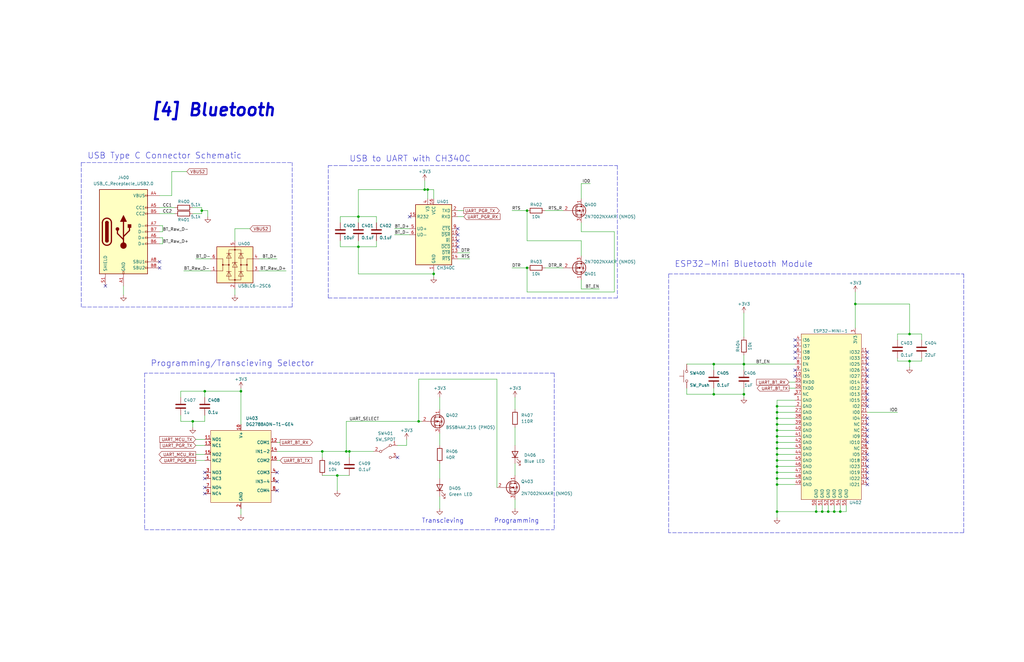
<source format=kicad_sch>
(kicad_sch (version 20211123) (generator eeschema)
  (paper "User" 431.8 279.4)
  (lib_symbols
    (symbol "Connector:USB_C_Receptacle_USB2.0" (pin_names (offset 1.016))
      (property "Reference" "J" (at -10.16 19.05 0))
      (property "Value" "USB_C_Receptacle_USB2.0" (at 19.05 19.05 0))
      (symbol "USB_C_Receptacle_USB2.0_0_0"
        (rectangle (start -0.254 -17.78) (end 0.254 -16.764))
        (rectangle (start 10.16 -14.986) (end 9.144 -15.494))
        (rectangle (start 10.16 -12.446) (end 9.144 -12.954))
        (rectangle (start 10.16 -4.826) (end 9.144 -5.334))
        (rectangle (start 10.16 -2.286) (end 9.144 -2.794))
        (rectangle (start 10.16 0.254) (end 9.144 -0.254))
        (rectangle (start 10.16 2.794) (end 9.144 2.286))
        (rectangle (start 10.16 7.874) (end 9.144 7.366))
        (rectangle (start 10.16 10.414) (end 9.144 9.906))
        (rectangle (start 10.16 15.494) (end 9.144 14.986))
      )
      (symbol "USB_C_Receptacle_USB2.0_0_1"
        (rectangle (start -10.16 17.78) (end 10.16 -17.78) (stroke (width 0.254)) (fill (type background)))
        (arc (start -8.89 -3.81) (mid -6.985 -5.715) (end -5.08 -3.81) (stroke (width 0.508)))
        (arc (start -7.62 -3.81) (mid -6.985 -4.445) (end -6.35 -3.81) (stroke (width 0.254)))
        (arc (start -7.62 -3.81) (mid -6.985 -4.445) (end -6.35 -3.81) (stroke (width 0.254)) (fill (type outline)))
        (rectangle (start -7.62 -3.81) (end -6.35 3.81) (stroke (width 0.254)) (fill (type outline)))
        (arc (start -6.35 3.81) (mid -6.985 4.445) (end -7.62 3.81) (stroke (width 0.254)))
        (arc (start -6.35 3.81) (mid -6.985 4.445) (end -7.62 3.81) (stroke (width 0.254)) (fill (type outline)))
        (arc (start -5.08 3.81) (mid -6.985 5.715) (end -8.89 3.81) (stroke (width 0.508)))
        (circle (center -2.54 1.143) (radius 0.635) (stroke (width 0.254)) (fill (type outline)))
        (circle (center 0 -5.842) (radius 1.27) (fill (type outline)))
        (polyline (pts (xy -8.89 -3.81) (xy -8.89 3.81)) (stroke (width 0.508)))
        (polyline (pts (xy -5.08 3.81) (xy -5.08 -3.81)) (stroke (width 0.508)))
        (polyline (pts (xy 0 -5.842) (xy 0 4.318)) (stroke (width 0.508)))
        (polyline (pts (xy 0 -3.302) (xy -2.54 -0.762) (xy -2.54 0.508)) (stroke (width 0.508)))
        (polyline (pts (xy 0 -2.032) (xy 2.54 0.508) (xy 2.54 1.778)) (stroke (width 0.508)))
        (polyline (pts (xy -1.27 4.318) (xy 0 6.858) (xy 1.27 4.318) (xy -1.27 4.318)) (stroke (width 0.254)) (fill (type outline)))
        (rectangle (start 1.905 1.778) (end 3.175 3.048) (stroke (width 0.254)) (fill (type outline)))
      )
      (symbol "USB_C_Receptacle_USB2.0_1_1"
        (pin passive line (at 0 -22.86 90) (length 5.08) (name "GND") (number "A1"))
        (pin passive line (at 0 -22.86 90) (length 5.08) hide (name "GND") (number "A12"))
        (pin passive line (at 15.24 15.24 180) (length 5.08) (name "VBUS") (number "A4"))
        (pin bidirectional line (at 15.24 10.16 180) (length 5.08) (name "CC1") (number "A5"))
        (pin bidirectional line (at 15.24 -2.54 180) (length 5.08) (name "D+") (number "A6"))
        (pin bidirectional line (at 15.24 2.54 180) (length 5.08) (name "D-") (number "A7"))
        (pin bidirectional line (at 15.24 -12.7 180) (length 5.08) (name "SBU1") (number "A8"))
        (pin passive line (at 15.24 15.24 180) (length 5.08) hide (name "VBUS") (number "A9"))
        (pin passive line (at 0 -22.86 90) (length 5.08) hide (name "GND") (number "B1"))
        (pin passive line (at 0 -22.86 90) (length 5.08) hide (name "GND") (number "B12"))
        (pin passive line (at 15.24 15.24 180) (length 5.08) hide (name "VBUS") (number "B4"))
        (pin bidirectional line (at 15.24 7.62 180) (length 5.08) (name "CC2") (number "B5"))
        (pin bidirectional line (at 15.24 -5.08 180) (length 5.08) (name "D+") (number "B6"))
        (pin bidirectional line (at 15.24 0 180) (length 5.08) (name "D-") (number "B7"))
        (pin bidirectional line (at 15.24 -15.24 180) (length 5.08) (name "SBU2") (number "B8"))
        (pin passive line (at 15.24 15.24 180) (length 5.08) hide (name "VBUS") (number "B9"))
        (pin passive line (at -7.62 -22.86 90) (length 5.08) (name "SHIELD") (number "S1"))
      )
    )
    (symbol "Device:C" (pin_numbers hide) (pin_names (offset 0.254))
      (property "Reference" "C" (at 0.635 2.54 0))
      (property "Value" "C" (at 0.635 -2.54 0))
      (symbol "C_0_1"
        (polyline (pts (xy -2.032 -0.762) (xy 2.032 -0.762)) (stroke (width 0.508)))
        (polyline (pts (xy -2.032 0.762) (xy 2.032 0.762)) (stroke (width 0.508)))
      )
      (symbol "C_1_1"
        (pin passive line (at 0 3.81 270) (length 2.794) (name "~") (number "1"))
        (pin passive line (at 0 -3.81 90) (length 2.794) (name "~") (number "2"))
      )
    )
    (symbol "Device:LED" (pin_numbers hide) (pin_names (offset 1.016) hide)
      (property "Reference" "D" (at 0 2.54 0))
      (property "Value" "LED" (at 0 -2.54 0))
      (symbol "LED_0_1"
        (polyline (pts (xy -1.27 -1.27) (xy -1.27 1.27)) (stroke (width 0.254)))
        (polyline (pts (xy -1.27 0) (xy 1.27 0)))
        (polyline (pts (xy 1.27 -1.27) (xy 1.27 1.27) (xy -1.27 0) (xy 1.27 -1.27)) (stroke (width 0.254)))
        (polyline (pts (xy -3.048 -0.762) (xy -4.572 -2.286) (xy -3.81 -2.286) (xy -4.572 -2.286) (xy -4.572 -1.524)))
        (polyline (pts (xy -1.778 -0.762) (xy -3.302 -2.286) (xy -2.54 -2.286) (xy -3.302 -2.286) (xy -3.302 -1.524)))
      )
      (symbol "LED_1_1"
        (pin passive line (at -3.81 0 0) (length 2.54) (name "K") (number "1"))
        (pin passive line (at 3.81 0 180) (length 2.54) (name "A") (number "2"))
      )
    )
    (symbol "Device:Q_NMOS_DGS" (pin_names (offset 0) hide)
      (property "Reference" "Q" (at 5.08 1.27 0))
      (property "Value" "Q_NMOS_DGS" (at 5.08 -1.27 0))
      (symbol "Q_NMOS_DGS_0_1"
        (polyline (pts (xy 0.254 0) (xy -2.54 0)))
        (polyline (pts (xy 0.254 1.905) (xy 0.254 -1.905)) (stroke (width 0.254)))
        (polyline (pts (xy 0.762 -1.27) (xy 0.762 -2.286)) (stroke (width 0.254)))
        (polyline (pts (xy 0.762 0.508) (xy 0.762 -0.508)) (stroke (width 0.254)))
        (polyline (pts (xy 0.762 2.286) (xy 0.762 1.27)) (stroke (width 0.254)))
        (polyline (pts (xy 2.54 2.54) (xy 2.54 1.778)))
        (polyline (pts (xy 2.54 -2.54) (xy 2.54 0) (xy 0.762 0)))
        (polyline (pts (xy 0.762 -1.778) (xy 3.302 -1.778) (xy 3.302 1.778) (xy 0.762 1.778)))
        (polyline (pts (xy 1.016 0) (xy 2.032 0.381) (xy 2.032 -0.381) (xy 1.016 0)) (fill (type outline)))
        (polyline (pts (xy 2.794 0.508) (xy 2.921 0.381) (xy 3.683 0.381) (xy 3.81 0.254)))
        (polyline (pts (xy 3.302 0.381) (xy 2.921 -0.254) (xy 3.683 -0.254) (xy 3.302 0.381)))
        (circle (center 1.651 0) (radius 2.794) (stroke (width 0.254)))
        (circle (center 2.54 -1.778) (radius 0.254) (fill (type outline)))
        (circle (center 2.54 1.778) (radius 0.254) (fill (type outline)))
      )
      (symbol "Q_NMOS_DGS_1_1"
        (pin passive line (at 2.54 5.08 270) (length 2.54) (name "D") (number "1"))
        (pin input line (at -5.08 0 0) (length 2.54) (name "G") (number "2"))
        (pin passive line (at 2.54 -5.08 90) (length 2.54) (name "S") (number "3"))
      )
    )
    (symbol "Device:Q_PMOS_DGS" (pin_names (offset 0) hide)
      (property "Reference" "Q" (at 5.08 1.27 0))
      (property "Value" "Q_PMOS_DGS" (at 5.08 -1.27 0))
      (symbol "Q_PMOS_DGS_0_1"
        (polyline (pts (xy 0.254 0) (xy -2.54 0)))
        (polyline (pts (xy 0.254 1.905) (xy 0.254 -1.905)) (stroke (width 0.254)))
        (polyline (pts (xy 0.762 -1.27) (xy 0.762 -2.286)) (stroke (width 0.254)))
        (polyline (pts (xy 0.762 0.508) (xy 0.762 -0.508)) (stroke (width 0.254)))
        (polyline (pts (xy 0.762 2.286) (xy 0.762 1.27)) (stroke (width 0.254)))
        (polyline (pts (xy 2.54 2.54) (xy 2.54 1.778)))
        (polyline (pts (xy 2.54 -2.54) (xy 2.54 0) (xy 0.762 0)))
        (polyline (pts (xy 0.762 1.778) (xy 3.302 1.778) (xy 3.302 -1.778) (xy 0.762 -1.778)))
        (polyline (pts (xy 2.286 0) (xy 1.27 0.381) (xy 1.27 -0.381) (xy 2.286 0)) (fill (type outline)))
        (polyline (pts (xy 2.794 -0.508) (xy 2.921 -0.381) (xy 3.683 -0.381) (xy 3.81 -0.254)))
        (polyline (pts (xy 3.302 -0.381) (xy 2.921 0.254) (xy 3.683 0.254) (xy 3.302 -0.381)))
        (circle (center 1.651 0) (radius 2.794) (stroke (width 0.254)))
        (circle (center 2.54 -1.778) (radius 0.254) (fill (type outline)))
        (circle (center 2.54 1.778) (radius 0.254) (fill (type outline)))
      )
      (symbol "Q_PMOS_DGS_1_1"
        (pin passive line (at 2.54 5.08 270) (length 2.54) (name "D") (number "1"))
        (pin input line (at -5.08 0 0) (length 2.54) (name "G") (number "2"))
        (pin passive line (at 2.54 -5.08 90) (length 2.54) (name "S") (number "3"))
      )
    )
    (symbol "Device:R" (pin_numbers hide) (pin_names (offset 0))
      (property "Reference" "R" (at 2.032 0 90))
      (property "Value" "R" (at 0 0 90))
      (symbol "R_0_1"
        (rectangle (start -1.016 -2.54) (end 1.016 2.54) (stroke (width 0.254)))
      )
      (symbol "R_1_1"
        (pin passive line (at 0 3.81 270) (length 1.27) (name "~") (number "1"))
        (pin passive line (at 0 -3.81 90) (length 1.27) (name "~") (number "2"))
      )
    )
    (symbol "Ghanis_Symbols_KiCad6:DG2788ADN-T1-GE4"
      (property "Reference" "U" (at 10.16 26.67 0))
      (property "Value" "DG2788ADN-T1-GE4" (at 11.43 -6.35 0))
      (symbol "DG2788ADN-T1-GE4_0_0"
        (pin bidirectional line (at -15.24 12.7 0) (length 2.54) (name "NC2") (number "1"))
        (pin power_in line (at 0 27.94 270) (length 2.54) (name "V+") (number "10"))
        (pin bidirectional line (at -15.24 21.59 0) (length 2.54) (name "NO1") (number "11"))
        (pin bidirectional line (at 15.24 20.32 180) (length 2.54) (name "COM1") (number "12"))
        (pin bidirectional line (at -15.24 19.05 0) (length 2.54) (name "NC1") (number "13"))
        (pin input line (at 15.24 16.51 180) (length 2.54) (name "IN1-2") (number "14"))
        (pin bidirectional line (at -15.24 15.24 0) (length 2.54) (name "NO2") (number "15"))
        (pin bidirectional line (at 15.24 12.7 180) (length 2.54) (name "COM2") (number "16"))
        (pin power_in line (at 0 -7.62 90) (length 2.54) (name "GND") (number "2"))
        (pin bidirectional line (at -15.24 7.62 0) (length 2.54) (name "NO3") (number "3"))
        (pin bidirectional line (at 15.24 7.62 180) (length 2.54) (name "COM3") (number "4"))
        (pin bidirectional line (at -15.24 5.08 0) (length 2.54) (name "NC3") (number "5"))
        (pin input line (at 15.24 3.81 180) (length 2.54) (name "IN3-4") (number "6"))
        (pin bidirectional line (at -15.24 1.27 0) (length 2.54) (name "NO4") (number "7"))
        (pin bidirectional line (at 15.24 0 180) (length 2.54) (name "COM4") (number "8"))
        (pin bidirectional line (at -15.24 -1.27 0) (length 2.54) (name "NC4") (number "9"))
      )
      (symbol "DG2788ADN-T1-GE4_0_1"
        (rectangle (start -12.7 25.4) (end 12.7 -5.08) (fill (type background)))
      )
    )
    (symbol "Ghanis_Symbols_KiCad6:ESP32-MINI-1"
      (property "Reference" "U" (at -11.43 11.43 0))
      (property "Value" "ESP32-MINI-1" (at -1.27 11.43 0))
      (symbol "ESP32-MINI-1_0_0"
        (pin power_in line (at -15.24 -17.78 0) (length 2.54) (name "GND") (number "1"))
        (pin input line (at -15.24 -7.62 0) (length 2.54) (name "I35") (number "10"))
        (pin bidirectional line (at 15.24 2.54 180) (length 2.54) (name "IO32") (number "11"))
        (pin bidirectional line (at 15.24 0 180) (length 2.54) (name "IO33") (number "12"))
        (pin bidirectional line (at 15.24 -2.54 180) (length 2.54) (name "IO25") (number "13"))
        (pin bidirectional line (at 15.24 -5.08 180) (length 2.54) (name "IO26") (number "14"))
        (pin bidirectional line (at 15.24 -7.62 180) (length 2.54) (name "IO27") (number "15"))
        (pin bidirectional line (at 15.24 -10.16 180) (length 2.54) (name "IO14") (number "16"))
        (pin bidirectional line (at 15.24 -12.7 180) (length 2.54) (name "IO12") (number "17"))
        (pin bidirectional line (at 15.24 -15.24 180) (length 2.54) (name "IO13") (number "18"))
        (pin bidirectional line (at 15.24 -17.78 180) (length 2.54) (name "IO15") (number "19"))
        (pin power_in line (at -15.24 -20.32 0) (length 2.54) (name "GND") (number "2"))
        (pin bidirectional line (at 15.24 -20.32 180) (length 2.54) (name "IO2") (number "20"))
        (pin bidirectional line (at 15.24 -22.86 180) (length 2.54) (name "IO0") (number "21"))
        (pin bidirectional line (at 15.24 -25.4 180) (length 2.54) (name "IO4") (number "22"))
        (pin bidirectional line (at 15.24 -27.94 180) (length 2.54) (name "NC") (number "23"))
        (pin bidirectional line (at 15.24 -30.48 180) (length 2.54) (name "NC") (number "24"))
        (pin bidirectional line (at 15.24 -33.02 180) (length 2.54) (name "IO9") (number "25"))
        (pin bidirectional line (at 15.24 -35.56 180) (length 2.54) (name "IO10") (number "26"))
        (pin power_in line (at -15.24 -22.86 0) (length 2.54) (name "GND") (number "27"))
        (pin no_connect line (at 15.24 -38.1 180) (length 2.54) (name "NC") (number "28"))
        (pin bidirectional line (at 15.24 -40.64 180) (length 2.54) (name "IO5") (number "29"))
        (pin power_in line (at 10.16 12.7 270) (length 2.54) (name "3V3") (number "3"))
        (pin bidirectional line (at 15.24 -43.18 180) (length 2.54) (name "IO18") (number "30"))
        (pin bidirectional line (at 15.24 -45.72 180) (length 2.54) (name "IO23") (number "31"))
        (pin bidirectional line (at 15.24 -48.26 180) (length 2.54) (name "IO19") (number "32"))
        (pin bidirectional line (at 15.24 -50.8 180) (length 2.54) (name "IO22") (number "33"))
        (pin bidirectional line (at 15.24 -53.34 180) (length 2.54) (name "IO21") (number "34"))
        (pin bidirectional line (at -15.24 -10.16 0) (length 2.54) (name "RXD0") (number "35"))
        (pin bidirectional line (at -15.24 -12.7 0) (length 2.54) (name "TXD0") (number "36"))
        (pin no_connect line (at -15.24 -15.24 0) (length 2.54) (name "NC") (number "37"))
        (pin power_in line (at -15.24 -25.4 0) (length 2.54) (name "GND") (number "38"))
        (pin power_in line (at -15.24 -27.94 0) (length 2.54) (name "GND") (number "39"))
        (pin input line (at -15.24 7.62 0) (length 2.54) (name "I36") (number "4"))
        (pin power_in line (at -15.24 -30.48 0) (length 2.54) (name "GND") (number "40"))
        (pin power_in line (at -15.24 -33.02 0) (length 2.54) (name "GND") (number "41"))
        (pin power_in line (at -15.24 -35.56 0) (length 2.54) (name "GND") (number "42"))
        (pin power_in line (at -15.24 -38.1 0) (length 2.54) (name "GND") (number "43"))
        (pin power_in line (at -15.24 -40.64 0) (length 2.54) (name "GND") (number "44"))
        (pin power_in line (at -15.24 -43.18 0) (length 2.54) (name "GND") (number "45"))
        (pin power_in line (at -15.24 -45.72 0) (length 2.54) (name "GND") (number "46"))
        (pin power_in line (at -15.24 -48.26 0) (length 2.54) (name "GND") (number "47"))
        (pin power_in line (at -15.24 -50.8 0) (length 2.54) (name "GND") (number "48"))
        (pin power_in line (at -15.24 -53.34 0) (length 2.54) (name "GND") (number "49"))
        (pin input line (at -15.24 5.08 0) (length 2.54) (name "I37") (number "5"))
        (pin power_in line (at -6.35 -62.23 90) (length 2.54) (name "GND") (number "50"))
        (pin power_in line (at -3.81 -62.23 90) (length 2.54) (name "GND") (number "51"))
        (pin power_in line (at -1.27 -62.23 90) (length 2.54) (name "GND") (number "52"))
        (pin power_in line (at 1.27 -62.23 90) (length 2.54) (name "GND") (number "53"))
        (pin power_in line (at 3.81 -62.23 90) (length 2.54) (name "GND") (number "54"))
        (pin power_in line (at 6.35 -62.23 90) (length 2.54) (name "GND") (number "55"))
        (pin input line (at -15.24 2.54 0) (length 2.54) (name "I38") (number "6"))
        (pin input line (at -15.24 0 0) (length 2.54) (name "I39") (number "7"))
        (pin input line (at -15.24 -2.54 0) (length 2.54) (name "EN") (number "8"))
        (pin input line (at -15.24 -5.08 0) (length 2.54) (name "I34") (number "9"))
      )
      (symbol "ESP32-MINI-1_0_1"
        (rectangle (start -12.7 10.16) (end 12.7 -59.69) (fill (type background)))
      )
    )
    (symbol "Interface_USB:CH340C"
      (property "Reference" "U" (at -5.08 13.97 0))
      (property "Value" "CH340C" (at 1.27 13.97 0))
      (symbol "CH340C_0_1"
        (rectangle (start -7.62 12.7) (end 7.62 -12.7) (stroke (width 0.254)) (fill (type background)))
      )
      (symbol "CH340C_1_1"
        (pin power_in line (at 0 -15.24 90) (length 2.54) (name "GND") (number "1"))
        (pin input line (at 10.16 0 180) (length 2.54) (name "~{DSR}") (number "10"))
        (pin input line (at 10.16 -2.54 180) (length 2.54) (name "~{RI}") (number "11"))
        (pin input line (at 10.16 -5.08 180) (length 2.54) (name "~{DCD}") (number "12"))
        (pin output line (at 10.16 -7.62 180) (length 2.54) (name "~{DTR}") (number "13"))
        (pin output line (at 10.16 -10.16 180) (length 2.54) (name "~{RTS}") (number "14"))
        (pin input line (at -10.16 7.62 0) (length 2.54) (name "R232") (number "15"))
        (pin power_in line (at 0 15.24 270) (length 2.54) (name "VCC") (number "16"))
        (pin output line (at 10.16 10.16 180) (length 2.54) (name "TXD") (number "2"))
        (pin input line (at 10.16 7.62 180) (length 2.54) (name "RXD") (number "3"))
        (pin passive line (at -2.54 15.24 270) (length 2.54) (name "V3") (number "4"))
        (pin bidirectional line (at -10.16 2.54 0) (length 2.54) (name "UD+") (number "5"))
        (pin bidirectional line (at -10.16 0 0) (length 2.54) (name "UD-") (number "6"))
        (pin no_connect line (at -7.62 -7.62 0) (length 2.54) hide (name "NC") (number "7"))
        (pin no_connect line (at -7.62 -10.16 0) (length 2.54) hide (name "NC") (number "8"))
        (pin input line (at 10.16 2.54 180) (length 2.54) (name "~{CTS}") (number "9"))
      )
    )
    (symbol "Power_Protection:USBLC6-2SC6" (pin_names hide)
      (property "Reference" "U" (at 2.54 8.89 0))
      (property "Value" "USBLC6-2SC6" (at 2.54 -8.89 0))
      (symbol "USBLC6-2SC6_0_1"
        (rectangle (start -7.62 -7.62) (end 7.62 7.62) (stroke (width 0.254)) (fill (type background)))
        (circle (center -5.08 0) (radius 0.254) (fill (type outline)))
        (circle (center -2.54 0) (radius 0.254) (fill (type outline)))
        (rectangle (start -2.54 6.35) (end 2.54 -6.35))
        (circle (center 0 -6.35) (radius 0.254) (fill (type outline)))
        (polyline (pts (xy -5.08 -2.54) (xy -7.62 -2.54)))
        (polyline (pts (xy -5.08 0) (xy -5.08 -2.54)))
        (polyline (pts (xy -5.08 2.54) (xy -7.62 2.54)))
        (polyline (pts (xy -1.524 -2.794) (xy -3.556 -2.794)))
        (polyline (pts (xy -1.524 4.826) (xy -3.556 4.826)))
        (polyline (pts (xy 0 -7.62) (xy 0 -6.35)))
        (polyline (pts (xy 0 -6.35) (xy 0 1.27)))
        (polyline (pts (xy 0 1.27) (xy 0 6.35)))
        (polyline (pts (xy 0 6.35) (xy 0 7.62)))
        (polyline (pts (xy 1.524 -2.794) (xy 3.556 -2.794)))
        (polyline (pts (xy 1.524 4.826) (xy 3.556 4.826)))
        (polyline (pts (xy 5.08 -2.54) (xy 7.62 -2.54)))
        (polyline (pts (xy 5.08 0) (xy 5.08 -2.54)))
        (polyline (pts (xy 5.08 2.54) (xy 7.62 2.54)))
        (polyline (pts (xy -2.54 0) (xy -5.08 0) (xy -5.08 2.54)))
        (polyline (pts (xy 2.54 0) (xy 5.08 0) (xy 5.08 2.54)))
        (polyline (pts (xy -3.556 -4.826) (xy -1.524 -4.826) (xy -2.54 -2.794) (xy -3.556 -4.826)))
        (polyline (pts (xy -3.556 2.794) (xy -1.524 2.794) (xy -2.54 4.826) (xy -3.556 2.794)))
        (polyline (pts (xy -1.016 -1.016) (xy 1.016 -1.016) (xy 0 1.016) (xy -1.016 -1.016)))
        (polyline (pts (xy 1.016 1.016) (xy 0.762 1.016) (xy -1.016 1.016) (xy -1.016 0.508)))
        (polyline (pts (xy 3.556 -4.826) (xy 1.524 -4.826) (xy 2.54 -2.794) (xy 3.556 -4.826)))
        (polyline (pts (xy 3.556 2.794) (xy 1.524 2.794) (xy 2.54 4.826) (xy 3.556 2.794)))
        (circle (center 0 6.35) (radius 0.254) (fill (type outline)))
        (circle (center 2.54 0) (radius 0.254) (fill (type outline)))
        (circle (center 5.08 0) (radius 0.254) (fill (type outline)))
      )
      (symbol "USBLC6-2SC6_1_1"
        (pin passive line (at -10.16 -2.54 0) (length 2.54) (name "I/O1") (number "1"))
        (pin passive line (at 0 -10.16 90) (length 2.54) (name "GND") (number "2"))
        (pin passive line (at 10.16 -2.54 180) (length 2.54) (name "I/O2") (number "3"))
        (pin passive line (at 10.16 2.54 180) (length 2.54) (name "I/O2") (number "4"))
        (pin passive line (at 0 10.16 270) (length 2.54) (name "VBUS") (number "5"))
        (pin passive line (at -10.16 2.54 0) (length 2.54) (name "I/O1") (number "6"))
      )
    )
    (symbol "Switch:SW_Push" (pin_numbers hide) (pin_names (offset 1.016) hide)
      (property "Reference" "SW" (at 1.27 2.54 0))
      (property "Value" "SW_Push" (at 0 -1.524 0))
      (symbol "SW_Push_0_1"
        (circle (center -2.032 0) (radius 0.508))
        (polyline (pts (xy 0 1.27) (xy 0 3.048)))
        (polyline (pts (xy 2.54 1.27) (xy -2.54 1.27)))
        (circle (center 2.032 0) (radius 0.508))
        (pin passive line (at -5.08 0 0) (length 2.54) (name "1") (number "1"))
        (pin passive line (at 5.08 0 180) (length 2.54) (name "2") (number "2"))
      )
    )
    (symbol "Switch:SW_SPDT" (pin_names (offset 0) hide)
      (property "Reference" "SW" (at 0 4.318 0))
      (property "Value" "SW_SPDT" (at 0 -5.08 0))
      (symbol "SW_SPDT_0_0"
        (circle (center -2.032 0) (radius 0.508))
        (circle (center 2.032 -2.54) (radius 0.508))
      )
      (symbol "SW_SPDT_0_1"
        (polyline (pts (xy -1.524 0.254) (xy 1.651 2.286)))
        (circle (center 2.032 2.54) (radius 0.508))
      )
      (symbol "SW_SPDT_1_1"
        (pin passive line (at 5.08 2.54 180) (length 2.54) (name "A") (number "1"))
        (pin passive line (at -5.08 0 0) (length 2.54) (name "B") (number "2"))
        (pin passive line (at 5.08 -2.54 180) (length 2.54) (name "C") (number "3"))
      )
    )
    (symbol "power:+3.3V" (power) (pin_names (offset 0))
      (property "Value" "+3.3V" (at 0 3.556 0))
      (symbol "+3.3V_0_1"
        (polyline (pts (xy -0.762 1.27) (xy 0 2.54)))
        (polyline (pts (xy 0 0) (xy 0 2.54)))
        (polyline (pts (xy 0 2.54) (xy 0.762 1.27)))
      )
      (symbol "+3.3V_1_1"
        (pin power_in line (at 0 0 90) (length 0) hide (name "+3V3") (number "1"))
      )
    )
    (symbol "power:GND" (power) (pin_names (offset 0))
      (property "Value" "GND" (at 0 -3.81 0))
      (symbol "GND_0_1"
        (polyline (pts (xy 0 0) (xy 0 -1.27) (xy 1.27 -1.27) (xy 0 -2.54) (xy -1.27 -1.27) (xy 0 -1.27)))
      )
      (symbol "GND_1_1"
        (pin power_in line (at 0 0 270) (length 0) hide (name "GND") (number "1"))
      )
    )
  )
  (junction (at 327.66 171.45))
  (junction (at 300.99 153.67))
  (junction (at 327.66 196.85))
  (junction (at 346.71 215.9))
  (junction (at 351.79 215.9))
  (junction (at 383.54 152.4))
  (junction (at 349.25 215.9))
  (junction (at 176.53 177.8))
  (junction (at 327.66 184.15))
  (junction (at 344.17 215.9))
  (junction (at 360.68 128.27))
  (junction (at 85.09 88.9))
  (junction (at 354.33 215.9))
  (junction (at 313.69 153.67))
  (junction (at 146.05 190.5))
  (junction (at 101.6 165.1))
  (junction (at 142.24 200.66))
  (junction (at 327.66 173.99))
  (junction (at 180.34 80.01))
  (junction (at 327.66 204.47))
  (junction (at 327.66 199.39))
  (junction (at 327.66 194.31))
  (junction (at 151.13 104.14))
  (junction (at 222.25 113.03))
  (junction (at 151.13 91.44))
  (junction (at 383.54 140.97))
  (junction (at 81.28 177.8))
  (junction (at 327.66 186.69))
  (junction (at 327.66 215.9))
  (junction (at 327.66 176.53))
  (junction (at 222.25 88.9))
  (junction (at 327.66 191.77))
  (junction (at 179.07 80.01))
  (junction (at 327.66 181.61))
  (junction (at 135.89 190.5))
  (junction (at 300.99 166.37))
  (junction (at 327.66 189.23))
  (junction (at 86.36 165.1))
  (junction (at 147.32 190.5))
  (junction (at 327.66 179.07))
  (junction (at 327.66 201.93))
  (junction (at 182.88 115.57))
  (junction (at 313.69 166.37))
  (no_connect (at 335.28 146.05))
  (no_connect (at 335.28 148.59))
  (no_connect (at 365.76 191.77))
  (no_connect (at 365.76 194.31))
  (no_connect (at 365.76 196.85))
  (no_connect (at 365.76 199.39))
  (no_connect (at 365.76 201.93))
  (no_connect (at 365.76 204.47))
  (no_connect (at 335.28 151.13))
  (no_connect (at 335.28 156.21))
  (no_connect (at 335.28 158.75))
  (no_connect (at 365.76 176.53))
  (no_connect (at 365.76 179.07))
  (no_connect (at 365.76 181.61))
  (no_connect (at 365.76 184.15))
  (no_connect (at 365.76 186.69))
  (no_connect (at 365.76 153.67))
  (no_connect (at 365.76 163.83))
  (no_connect (at 365.76 166.37))
  (no_connect (at 365.76 168.91))
  (no_connect (at 365.76 171.45))
  (no_connect (at 365.76 161.29))
  (no_connect (at 365.76 156.21))
  (no_connect (at 365.76 158.75))
  (no_connect (at 335.28 143.51))
  (no_connect (at 193.04 104.14))
  (no_connect (at 193.04 101.6))
  (no_connect (at 193.04 99.06))
  (no_connect (at 116.84 199.39))
  (no_connect (at 116.84 203.2))
  (no_connect (at 116.84 207.01))
  (no_connect (at 86.36 208.28))
  (no_connect (at 86.36 205.74))
  (no_connect (at 86.36 199.39))
  (no_connect (at 86.36 201.93))
  (no_connect (at 167.64 193.04))
  (no_connect (at 193.04 96.52))
  (no_connect (at 365.76 151.13))
  (no_connect (at 365.76 148.59))
  (no_connect (at 172.72 91.44))
  (no_connect (at 44.45 120.65))
  (no_connect (at 67.31 110.49))
  (no_connect (at 67.31 113.03))
  (wire (pts (xy 67.31 95.25) (xy 68.58 95.25)))
  (wire (pts (xy 86.36 175.26) (xy 86.36 177.8)))
  (wire (pts (xy 327.66 204.47) (xy 327.66 215.9)))
  (wire (pts (xy 327.66 176.53) (xy 327.66 179.07)))
  (wire (pts (xy 176.53 160.02) (xy 176.53 177.8)))
  (wire (pts (xy 327.66 186.69) (xy 327.66 189.23)))
  (wire (pts (xy 85.09 88.9) (xy 87.63 88.9)))
  (wire (pts (xy 383.54 128.27) (xy 383.54 140.97)))
  (wire (pts (xy 327.66 189.23) (xy 335.28 189.23)))
  (wire (pts (xy 67.31 87.63) (xy 73.66 87.63)))
  (polyline (pts (xy 138.43 125.73) (xy 144.78 125.73)))
  (wire (pts (xy 217.17 210.82) (xy 217.17 214.63)))
  (wire (pts (xy 109.22 109.22) (xy 116.84 109.22)))
  (wire (pts (xy 327.66 184.15) (xy 327.66 186.69)))
  (wire (pts (xy 81.28 90.17) (xy 85.09 90.17)))
  (polyline (pts (xy 260.35 125.73) (xy 144.78 125.73)))
  (wire (pts (xy 166.37 99.06) (xy 172.72 99.06)))
  (wire (pts (xy 335.28 173.99) (xy 327.66 173.99)))
  (wire (pts (xy 82.55 191.77) (xy 86.36 191.77)))
  (wire (pts (xy 177.8 177.8) (xy 176.53 177.8)))
  (polyline (pts (xy 138.43 125.73) (xy 138.43 69.85)))
  (wire (pts (xy 147.32 190.5) (xy 147.32 193.04)))
  (wire (pts (xy 142.24 200.66) (xy 147.32 200.66)))
  (wire (pts (xy 77.47 114.3) (xy 88.9 114.3)))
  (wire (pts (xy 143.51 91.44) (xy 143.51 93.98)))
  (wire (pts (xy 215.9 88.9) (xy 222.25 88.9)))
  (wire (pts (xy 176.53 160.02) (xy 209.55 160.02)))
  (wire (pts (xy 327.66 186.69) (xy 335.28 186.69)))
  (wire (pts (xy 182.88 114.3) (xy 182.88 115.57)))
  (wire (pts (xy 360.68 128.27) (xy 360.68 138.43)))
  (wire (pts (xy 146.05 177.8) (xy 146.05 190.5)))
  (wire (pts (xy 327.66 171.45) (xy 335.28 171.45)))
  (polyline (pts (xy 406.4 224.79) (xy 281.94 224.79)))
  (wire (pts (xy 82.55 109.22) (xy 88.9 109.22)))
  (polyline (pts (xy 260.35 69.85) (xy 260.35 125.73)))
  (wire (pts (xy 185.42 209.55) (xy 185.42 214.63)))
  (wire (pts (xy 354.33 215.9) (xy 356.87 215.9)))
  (polyline (pts (xy 281.94 224.79) (xy 281.94 115.57)))
  (polyline (pts (xy 60.96 157.48) (xy 60.96 223.52)))
  (wire (pts (xy 135.89 190.5) (xy 146.05 190.5)))
  (wire (pts (xy 142.24 200.66) (xy 142.24 207.01)))
  (wire (pts (xy 327.66 189.23) (xy 327.66 191.77)))
  (wire (pts (xy 327.66 204.47) (xy 335.28 204.47)))
  (wire (pts (xy 327.66 179.07) (xy 335.28 179.07)))
  (wire (pts (xy 67.31 97.79) (xy 68.58 97.79)))
  (wire (pts (xy 349.25 215.9) (xy 351.79 215.9)))
  (wire (pts (xy 300.99 163.83) (xy 300.99 166.37)))
  (wire (pts (xy 300.99 156.21) (xy 300.99 153.67)))
  (wire (pts (xy 176.53 177.8) (xy 146.05 177.8)))
  (wire (pts (xy 67.31 102.87) (xy 68.58 102.87)))
  (wire (pts (xy 327.66 201.93) (xy 327.66 204.47)))
  (wire (pts (xy 327.66 215.9) (xy 327.66 218.44)))
  (wire (pts (xy 151.13 80.01) (xy 179.07 80.01)))
  (wire (pts (xy 185.42 182.88) (xy 185.42 187.96)))
  (wire (pts (xy 335.28 168.91) (xy 327.66 168.91)))
  (wire (pts (xy 222.25 101.6) (xy 245.11 101.6)))
  (wire (pts (xy 344.17 215.9) (xy 346.71 215.9)))
  (wire (pts (xy 327.66 181.61) (xy 335.28 181.61)))
  (wire (pts (xy 146.05 190.5) (xy 147.32 190.5)))
  (wire (pts (xy 76.2 175.26) (xy 76.2 177.8)))
  (wire (pts (xy 327.66 196.85) (xy 335.28 196.85)))
  (wire (pts (xy 222.25 123.19) (xy 259.08 123.19)))
  (polyline (pts (xy 34.29 68.58) (xy 34.29 129.54)))
  (wire (pts (xy 151.13 91.44) (xy 151.13 93.98)))
  (wire (pts (xy 101.6 163.83) (xy 101.6 165.1)))
  (wire (pts (xy 195.58 91.44) (xy 193.04 91.44)))
  (polyline (pts (xy 233.68 157.48) (xy 233.68 223.52)))
  (wire (pts (xy 346.71 213.36) (xy 346.71 215.9)))
  (wire (pts (xy 143.51 101.6) (xy 143.51 104.14)))
  (wire (pts (xy 327.66 194.31) (xy 327.66 196.85)))
  (wire (pts (xy 193.04 109.22) (xy 198.12 109.22)))
  (wire (pts (xy 327.66 171.45) (xy 327.66 173.99)))
  (wire (pts (xy 182.88 80.01) (xy 182.88 83.82)))
  (wire (pts (xy 151.13 91.44) (xy 143.51 91.44)))
  (wire (pts (xy 349.25 213.36) (xy 349.25 215.9)))
  (wire (pts (xy 105.41 96.52) (xy 99.06 96.52)))
  (wire (pts (xy 354.33 213.36) (xy 354.33 215.9)))
  (wire (pts (xy 76.2 165.1) (xy 86.36 165.1)))
  (wire (pts (xy 151.13 115.57) (xy 182.88 115.57)))
  (wire (pts (xy 52.07 120.65) (xy 52.07 124.46)))
  (wire (pts (xy 229.87 88.9) (xy 237.49 88.9)))
  (wire (pts (xy 327.66 184.15) (xy 335.28 184.15)))
  (wire (pts (xy 332.74 163.83) (xy 335.28 163.83)))
  (wire (pts (xy 195.58 88.9) (xy 193.04 88.9)))
  (wire (pts (xy 351.79 215.9) (xy 354.33 215.9)))
  (wire (pts (xy 259.08 97.79) (xy 245.11 97.79)))
  (wire (pts (xy 351.79 213.36) (xy 351.79 215.9)))
  (wire (pts (xy 85.09 87.63) (xy 85.09 88.9)))
  (wire (pts (xy 116.84 190.5) (xy 135.89 190.5)))
  (polyline (pts (xy 60.96 223.52) (xy 233.68 223.52)))
  (wire (pts (xy 388.62 140.97) (xy 388.62 143.51)))
  (polyline (pts (xy 123.19 129.54) (xy 123.19 68.58)))
  (wire (pts (xy 209.55 205.74) (xy 209.55 160.02)))
  (wire (pts (xy 245.11 121.92) (xy 252.73 121.92)))
  (wire (pts (xy 215.9 113.03) (xy 222.25 113.03)))
  (wire (pts (xy 327.66 196.85) (xy 327.66 199.39)))
  (wire (pts (xy 313.69 132.08) (xy 313.69 142.24)))
  (wire (pts (xy 67.31 90.17) (xy 73.66 90.17)))
  (wire (pts (xy 327.66 191.77) (xy 327.66 194.31)))
  (wire (pts (xy 327.66 179.07) (xy 327.66 181.61)))
  (wire (pts (xy 78.74 72.39) (xy 72.39 72.39)))
  (wire (pts (xy 193.04 106.68) (xy 198.12 106.68)))
  (wire (pts (xy 143.51 104.14) (xy 151.13 104.14)))
  (wire (pts (xy 182.88 115.57) (xy 182.88 116.84)))
  (wire (pts (xy 82.55 187.96) (xy 86.36 187.96)))
  (wire (pts (xy 86.36 165.1) (xy 86.36 167.64)))
  (wire (pts (xy 179.07 80.01) (xy 180.34 80.01)))
  (wire (pts (xy 99.06 121.92) (xy 99.06 124.46)))
  (wire (pts (xy 313.69 149.86) (xy 313.69 153.67)))
  (wire (pts (xy 86.36 165.1) (xy 101.6 165.1)))
  (wire (pts (xy 388.62 152.4) (xy 383.54 152.4)))
  (wire (pts (xy 327.66 194.31) (xy 335.28 194.31)))
  (wire (pts (xy 101.6 214.63) (xy 101.6 217.17)))
  (wire (pts (xy 327.66 168.91) (xy 327.66 171.45)))
  (wire (pts (xy 365.76 173.99) (xy 378.46 173.99)))
  (wire (pts (xy 99.06 96.52) (xy 99.06 101.6)))
  (wire (pts (xy 300.99 153.67) (xy 313.69 153.67)))
  (wire (pts (xy 135.89 190.5) (xy 135.89 193.04)))
  (wire (pts (xy 356.87 213.36) (xy 356.87 215.9)))
  (wire (pts (xy 383.54 140.97) (xy 388.62 140.97)))
  (wire (pts (xy 245.11 77.47) (xy 248.92 77.47)))
  (polyline (pts (xy 138.43 69.85) (xy 144.78 69.85)))
  (wire (pts (xy 378.46 151.13) (xy 378.46 152.4)))
  (wire (pts (xy 180.34 83.82) (xy 180.34 80.01)))
  (wire (pts (xy 101.6 165.1) (xy 101.6 179.07)))
  (wire (pts (xy 116.84 194.31) (xy 118.11 194.31)))
  (wire (pts (xy 217.17 195.58) (xy 217.17 200.66)))
  (wire (pts (xy 327.66 199.39) (xy 327.66 201.93)))
  (wire (pts (xy 82.55 185.42) (xy 86.36 185.42)))
  (wire (pts (xy 166.37 96.52) (xy 172.72 96.52)))
  (wire (pts (xy 171.45 187.96) (xy 171.45 185.42)))
  (wire (pts (xy 81.28 177.8) (xy 81.28 180.34)))
  (wire (pts (xy 147.32 190.5) (xy 157.48 190.5)))
  (polyline (pts (xy 123.19 129.54) (xy 34.29 129.54)))
  (wire (pts (xy 388.62 151.13) (xy 388.62 152.4)))
  (wire (pts (xy 378.46 140.97) (xy 383.54 140.97)))
  (wire (pts (xy 68.58 97.79) (xy 68.58 95.25)))
  (wire (pts (xy 158.75 91.44) (xy 151.13 91.44)))
  (wire (pts (xy 82.55 194.31) (xy 86.36 194.31)))
  (wire (pts (xy 85.09 88.9) (xy 85.09 90.17)))
  (wire (pts (xy 289.56 163.83) (xy 289.56 166.37)))
  (wire (pts (xy 313.69 163.83) (xy 313.69 166.37)))
  (wire (pts (xy 327.66 215.9) (xy 344.17 215.9)))
  (wire (pts (xy 313.69 166.37) (xy 313.69 167.64)))
  (wire (pts (xy 360.68 123.19) (xy 360.68 128.27)))
  (wire (pts (xy 344.17 213.36) (xy 344.17 215.9)))
  (wire (pts (xy 116.84 186.69) (xy 118.11 186.69)))
  (wire (pts (xy 67.31 100.33) (xy 68.58 100.33)))
  (wire (pts (xy 346.71 215.9) (xy 349.25 215.9)))
  (wire (pts (xy 222.25 113.03) (xy 222.25 123.19)))
  (wire (pts (xy 76.2 167.64) (xy 76.2 165.1)))
  (wire (pts (xy 327.66 173.99) (xy 327.66 176.53)))
  (wire (pts (xy 313.69 153.67) (xy 335.28 153.67)))
  (wire (pts (xy 327.66 191.77) (xy 335.28 191.77)))
  (wire (pts (xy 86.36 177.8) (xy 81.28 177.8)))
  (wire (pts (xy 378.46 143.51) (xy 378.46 140.97)))
  (wire (pts (xy 167.64 187.96) (xy 171.45 187.96)))
  (wire (pts (xy 327.66 199.39) (xy 335.28 199.39)))
  (wire (pts (xy 76.2 177.8) (xy 81.28 177.8)))
  (wire (pts (xy 158.75 93.98) (xy 158.75 91.44)))
  (wire (pts (xy 72.39 72.39) (xy 72.39 82.55)))
  (wire (pts (xy 327.66 181.61) (xy 327.66 184.15)))
  (polyline (pts (xy 233.68 157.48) (xy 60.96 157.48)))
  (polyline (pts (xy 406.4 115.57) (xy 406.4 224.79)))
  (polyline (pts (xy 144.78 69.85) (xy 260.35 69.85)))
  (wire (pts (xy 245.11 83.82) (xy 245.11 77.47)))
  (wire (pts (xy 229.87 113.03) (xy 237.49 113.03)))
  (polyline (pts (xy 34.29 68.58) (xy 123.19 68.58)))
  (wire (pts (xy 327.66 201.93) (xy 335.28 201.93)))
  (wire (pts (xy 135.89 200.66) (xy 142.24 200.66)))
  (wire (pts (xy 300.99 166.37) (xy 313.69 166.37)))
  (wire (pts (xy 332.74 161.29) (xy 335.28 161.29)))
  (wire (pts (xy 109.22 114.3) (xy 120.65 114.3)))
  (wire (pts (xy 222.25 88.9) (xy 222.25 101.6)))
  (polyline (pts (xy 281.94 115.57) (xy 406.4 115.57)))
  (wire (pts (xy 259.08 123.19) (xy 259.08 97.79)))
  (wire (pts (xy 151.13 101.6) (xy 151.13 104.14)))
  (wire (pts (xy 289.56 153.67) (xy 300.99 153.67)))
  (wire (pts (xy 289.56 166.37) (xy 300.99 166.37)))
  (wire (pts (xy 151.13 80.01) (xy 151.13 91.44)))
  (wire (pts (xy 378.46 152.4) (xy 383.54 152.4)))
  (wire (pts (xy 151.13 104.14) (xy 158.75 104.14)))
  (wire (pts (xy 245.11 101.6) (xy 245.11 107.95)))
  (wire (pts (xy 158.75 104.14) (xy 158.75 101.6)))
  (wire (pts (xy 67.31 82.55) (xy 72.39 82.55)))
  (wire (pts (xy 360.68 128.27) (xy 383.54 128.27)))
  (wire (pts (xy 68.58 102.87) (xy 68.58 100.33)))
  (wire (pts (xy 81.28 87.63) (xy 85.09 87.63)))
  (wire (pts (xy 179.07 76.2) (xy 179.07 80.01)))
  (wire (pts (xy 327.66 176.53) (xy 335.28 176.53)))
  (wire (pts (xy 313.69 153.67) (xy 313.69 156.21)))
  (wire (pts (xy 185.42 167.64) (xy 185.42 172.72)))
  (wire (pts (xy 185.42 195.58) (xy 185.42 201.93)))
  (wire (pts (xy 245.11 93.98) (xy 245.11 97.79)))
  (wire (pts (xy 217.17 180.34) (xy 217.17 187.96)))
  (wire (pts (xy 217.17 167.64) (xy 217.17 172.72)))
  (wire (pts (xy 245.11 121.92) (xy 245.11 118.11)))
  (wire (pts (xy 151.13 104.14) (xy 151.13 115.57)))
  (wire (pts (xy 180.34 80.01) (xy 182.88 80.01)))
  (wire (pts (xy 87.63 88.9) (xy 87.63 91.44)))
  (wire (pts (xy 383.54 154.94) (xy 383.54 152.4)))
  (text "ESP32-Mini Bluetooth Module" (at 284.48 113.03 0) (effects (font (size 2.54 2.54)) (justify left bottom)))
  (text "[4] Bluetooth" (at 63.5 49.53 0) (effects (font (size 5.08 5.08) (thickness 1.016) bold italic) (justify left bottom)))
  (text "Programming" (at 208.28 220.98 0) (effects (font (size 1.905 1.905)) (justify left bottom)))
  (text "USB Type C Connector Schematic" (at 36.83 67.31 0) (effects (font (size 2.54 2.54)) (justify left bottom)))
  (text "USB to UART with CH340C" (at 147.32 68.58 0) (effects (font (size 2.54 2.54)) (justify left bottom)))
  (text "Programming/Transcieving Selector" (at 63.5 154.94 0) (effects (font (size 2.54 2.54)) (justify left bottom)))
  (text "Transcieving\n" (at 177.8 220.98 0) (effects (font (size 1.905 1.905)) (justify left bottom)))
  (label "CC1" (at 68.58 87.63 0))
  (label "CC2" (at 68.58 90.17 0))
  (label "RTS" (at 198.12 109.22 180))
  (label "BT_D+" (at 116.84 109.22 180))
  (label "BT_Raw_D+" (at 120.65 114.3 180))
  (label "RTS" (at 215.9 88.9 0))
  (label "DTR_R" (at 231.14 113.03 0))
  (label "UART_SELECT" (at 147.32 177.8 0))
  (label "BT_D-" (at 166.37 99.06 0))
  (label "RTS_R" (at 231.14 88.9 0))
  (label "BT_Raw_D-" (at 77.47 114.3 0))
  (label "BT_EN" (at 252.73 121.92 180))
  (label "BT_Raw_D-" (at 68.58 97.79 0))
  (label "DTR" (at 215.9 113.03 0))
  (label "BT_Raw_D+" (at 68.58 102.87 0))
  (label "BT_EN" (at 318.77 153.67 0))
  (label "DTR" (at 198.12 106.68 180))
  (label "IO0" (at 378.46 173.99 180))
  (label "IO0" (at 248.92 77.47 180))
  (label "BT_D-" (at 82.55 109.22 0))
  (label "BT_D+" (at 166.37 96.52 0))
  (global_label "VBUS2" (shape input) (at 78.74 72.39 0) (property "Intersheet References" "${INTERSHEET_REFS}" (effects hide)))
  (global_label "UART_BT_TX" (shape input) (at 118.11 194.31 0) (property "Intersheet References" "${INTERSHEET_REFS}" (effects hide)))
  (global_label "UART_BT_RX" (shape input) (at 332.74 161.29 180) (property "Intersheet References" "${INTERSHEET_REFS}" (effects hide)))
  (global_label "VBUS2" (shape input) (at 105.41 96.52 0) (property "Intersheet References" "${INTERSHEET_REFS}" (effects hide)))
  (global_label "UART_MCU_RX" (shape output) (at 82.55 191.77 180) (property "Intersheet References" "${INTERSHEET_REFS}" (effects hide)))
  (global_label "UART_BT_TX" (shape output) (at 332.74 163.83 180) (property "Intersheet References" "${INTERSHEET_REFS}" (effects hide)))
  (global_label "UART_PGR_TX" (shape output) (at 195.58 88.9 0) (property "Intersheet References" "${INTERSHEET_REFS}" (effects hide)))
  (global_label "UART_PGR_RX" (shape output) (at 82.55 194.31 180) (property "Intersheet References" "${INTERSHEET_REFS}" (effects hide)))
  (global_label "UART_MCU_TX" (shape input) (at 82.55 185.42 180) (property "Intersheet References" "${INTERSHEET_REFS}" (effects hide)))
  (global_label "UART_BT_RX" (shape output) (at 118.11 186.69 0) (property "Intersheet References" "${INTERSHEET_REFS}" (effects hide)))
  (global_label "UART_PGR_TX" (shape input) (at 82.55 187.96 180) (property "Intersheet References" "${INTERSHEET_REFS}" (effects hide)))
  (global_label "UART_PGR_RX" (shape input) (at 195.58 91.44 0) (property "Intersheet References" "${INTERSHEET_REFS}" (effects hide)))
  (symbol (lib_id "power:GND") (at 52.07 124.46 0) (unit 1)
    (property "Reference" "#PWR0103" (effects hide))
    (property "Value" "GND" (effects hide))
  )
  (symbol (lib_id "Device:C") (at 158.75 97.79 0) (unit 1)
    (property "Reference" "C402" (at 160.02 95.25 0) (effects (justify left)))
    (property "Value" "0.1uF" (at 160.02 100.33 0) (effects (justify left)))
    (property "Footprint" "Capacitor_SMD:C_0603_1608Metric" (effects hide))
  )
  (symbol (lib_id "Device:R") (at 135.89 196.85 0) (unit 1)
    (property "Reference" "R405" (at 138.43 195.5799 0) (effects (justify left)))
    (property "Value" "10k" (at 138.43 198.1199 0) (effects (justify left)))
    (property "Footprint" "Resistor_SMD:R_0603_1608Metric" (effects hide))
  )
  (symbol (lib_id "power:GND") (at 383.54 154.94 0) (unit 1)
    (property "Reference" "#PWR0167" (effects hide))
    (property "Value" "GND" (effects hide))
  )
  (symbol (lib_id "Device:Q_NMOS_DGS") (at 242.57 113.03 0) (mirror x) (unit 1)
    (property "Reference" "Q401" (at 246.38 115.57 0) (effects (justify left)))
    (property "Value" "2N7002NXAKR (NMOS)" (at 246.38 110.49 0) (effects (justify left)))
    (property "Footprint" "Package_TO_SOT_SMD:SOT-23" (effects hide))
  )
  (symbol (lib_id "power:+3.3V") (at 171.45 185.42 0) (unit 1)
    (property "Reference" "#PWR0160" (effects hide))
    (property "Value" "+3.3V" (at 171.45 181.61 0))
  )
  (symbol (lib_id "Device:C") (at 378.46 147.32 0) (unit 1)
    (property "Reference" "C403" (at 379.73 144.78 0) (effects (justify left)))
    (property "Value" "0.1uF" (at 379.73 149.86 0) (effects (justify left)))
    (property "Footprint" "Capacitor_SMD:C_0603_1608Metric" (effects hide))
  )
  (symbol (lib_id "Power_Protection:USBLC6-2SC6") (at 99.06 111.76 0) (unit 1)
    (property "Reference" "U400" (at 100.33 102.87 0) (effects (justify left)))
    (property "Value" "USBLC6-2SC6" (at 100.33 120.65 0) (effects (justify left)))
    (property "Footprint" "Package_TO_SOT_SMD:SOT-23-6" (effects hide))
    (property "Datasheet" "https://www.st.com/resource/en/datasheet/usblc6-2.pdf" (effects hide))
  )
  (symbol (lib_id "Device:Q_PMOS_DGS") (at 182.88 177.8 0) (unit 1)
    (property "Reference" "Q402" (at 187.96 175.26 0) (effects (justify left)))
    (property "Value" "BSS84AK,215 (PMOS)" (at 187.96 180.34 0) (effects (justify left)))
    (property "Footprint" "Package_TO_SOT_SMD:SOT-23" (effects hide))
  )
  (symbol (lib_id "Device:R") (at 185.42 191.77 0) (unit 1)
    (property "Reference" "R406" (at 187.96 190.4999 0) (effects (justify left)))
    (property "Value" "40R" (at 187.96 193.0399 0) (effects (justify left)))
    (property "Footprint" "Resistor_SMD:R_0603_1608Metric" (effects hide))
  )
  (symbol (lib_id "Device:C") (at 147.32 196.85 0) (unit 1)
    (property "Reference" "C409" (at 151.13 195.5799 0) (effects (justify left)))
    (property "Value" "0.1uF" (at 151.13 198.1199 0) (effects (justify left)))
    (property "Footprint" "Capacitor_SMD:C_0603_1608Metric" (effects hide))
  )
  (symbol (lib_id "Device:C") (at 151.13 97.79 0) (unit 1)
    (property "Reference" "C401" (at 152.4 95.25 0) (effects (justify left)))
    (property "Value" "0.1uF" (at 152.4 100.33 0) (effects (justify left)))
    (property "Footprint" "Capacitor_SMD:C_0603_1608Metric" (effects hide))
  )
  (symbol (lib_id "power:GND") (at 313.69 167.64 0) (unit 1)
    (property "Reference" "#PWR0168" (effects hide))
    (property "Value" "GND" (effects hide))
  )
  (symbol (lib_id "power:+3.3V") (at 217.17 167.64 0) (unit 1)
    (property "Reference" "#PWR06" (effects hide))
    (property "Value" "+3.3V" (at 217.17 163.83 0))
  )
  (symbol (lib_id "power:+3.3V") (at 313.69 132.08 0) (unit 1)
    (property "Reference" "#PWR07" (effects hide))
    (property "Value" "+3.3V" (at 313.69 128.27 0))
  )
  (symbol (lib_id "power:GND") (at 185.42 214.63 0) (unit 1)
    (property "Reference" "#PWR0158" (effects hide))
    (property "Value" "GND" (effects hide))
  )
  (symbol (lib_id "Device:LED") (at 217.17 191.77 90) (unit 1)
    (property "Reference" "D406" (at 220.98 192.0874 90) (effects (justify right)))
    (property "Value" "Blue LED" (at 220.98 194.6274 90) (effects (justify right)))
    (property "Footprint" "LED_SMD:LED_0603_1608Metric" (effects hide))
  )
  (symbol (lib_id "Ghanis_Symbols_KiCad6:DG2788ADN-T1-GE4") (at 101.6 207.01 0) (unit 1)
    (property "Reference" "U403" (at 103.6194 176.53 0) (effects (justify left)))
    (property "Value" "DG2788ADN-T1-GE4" (at 103.6194 179.07 0) (effects (justify left)))
    (property "Footprint" "UQFN-16(1.8x2.6):QFN40P260X180X55-16N" (effects hide))
  )
  (symbol (lib_id "Device:R") (at 77.47 87.63 90) (unit 1)
    (property "Reference" "R400" (at 77.47 85.09 90))
    (property "Value" "5.1k" (at 82.55 86.36 90))
    (property "Footprint" "Resistor_SMD:R_0603_1608Metric" (effects hide))
  )
  (symbol (lib_id "Device:C") (at 143.51 97.79 0) (unit 1)
    (property "Reference" "C400" (at 144.78 95.25 0) (effects (justify left)))
    (property "Value" "10uF" (at 144.78 100.33 0) (effects (justify left)))
    (property "Footprint" "Capacitor_SMD:C_0603_1608Metric" (effects hide))
  )
  (symbol (lib_id "power:GND") (at 99.06 124.46 0) (unit 1)
    (property "Reference" "#PWR0171" (effects hide))
    (property "Value" "GND" (effects hide))
  )
  (symbol (lib_id "power:GND") (at 81.28 180.34 0) (unit 1)
    (property "Reference" "#PWR0174" (effects hide))
    (property "Value" "GND" (effects hide))
  )
  (symbol (lib_id "power:GND") (at 142.24 207.01 0) (unit 1)
    (property "Reference" "#PWR0173" (effects hide))
    (property "Value" "GND" (effects hide))
  )
  (symbol (lib_id "Device:C") (at 76.2 171.45 0) (unit 1)
    (property "Reference" "C407" (at 77.47 168.91 0) (effects (justify left)))
    (property "Value" "1u" (at 77.47 173.99 0) (effects (justify left)))
    (property "Footprint" "Capacitor_SMD:C_0603_1608Metric" (effects hide))
  )
  (symbol (lib_id "Device:R") (at 226.06 113.03 90) (unit 1)
    (property "Reference" "R403" (at 226.06 110.49 90))
    (property "Value" "10k" (at 226.06 115.57 90))
    (property "Footprint" "Resistor_SMD:R_0603_1608Metric" (effects hide))
  )
  (symbol (lib_id "Device:R") (at 217.17 176.53 0) (unit 1)
    (property "Reference" "R407" (at 219.71 175.2599 0) (effects (justify left)))
    (property "Value" "110R" (at 219.71 177.7999 0) (effects (justify left)))
    (property "Footprint" "Resistor_SMD:R_0603_1608Metric" (effects hide))
  )
  (symbol (lib_id "Device:R") (at 226.06 88.9 90) (unit 1)
    (property "Reference" "R402" (at 226.06 86.36 90))
    (property "Value" "10k" (at 226.06 91.44 90))
    (property "Footprint" "Resistor_SMD:R_0603_1608Metric" (effects hide))
  )
  (symbol (lib_id "power:+3.3V") (at 179.07 76.2 0) (unit 1)
    (property "Reference" "#PWR04" (effects hide))
    (property "Value" "+3.3V" (at 179.07 72.39 0))
  )
  (symbol (lib_id "Device:C") (at 313.69 160.02 0) (mirror y) (unit 1)
    (property "Reference" "C406" (at 318.77 157.48 0) (effects (justify left)))
    (property "Value" "1uF" (at 317.5 162.56 0) (effects (justify left)))
    (property "Footprint" "Capacitor_SMD:C_0603_1608Metric" (effects hide))
  )
  (symbol (lib_id "power:GND") (at 327.66 218.44 0) (unit 1)
    (property "Reference" "#PWR0164" (effects hide))
    (property "Value" "GND" (effects hide))
  )
  (symbol (lib_id "Device:C") (at 86.36 171.45 0) (unit 1)
    (property "Reference" "C408" (at 87.63 168.91 0) (effects (justify left)))
    (property "Value" "0.1u" (at 87.63 173.99 0) (effects (justify left)))
    (property "Footprint" "Capacitor_SMD:C_0603_1608Metric" (effects hide))
  )
  (symbol (lib_id "power:GND") (at 217.17 214.63 0) (unit 1)
    (property "Reference" "#PWR0159" (effects hide))
    (property "Value" "GND" (effects hide))
  )
  (symbol (lib_id "power:GND") (at 182.88 116.84 0) (unit 1)
    (property "Reference" "#PWR0162" (effects hide))
    (property "Value" "GND" (effects hide))
  )
  (symbol (lib_id "Connector:USB_C_Receptacle_USB2.0") (at 52.07 97.79 0) (unit 1)
    (property "Reference" "J400" (at 52.07 74.93 0))
    (property "Value" "USB_C_Receptacle_USB2.0" (at 52.07 77.47 0))
    (property "Footprint" "Connector_USB:USB_C_Receptacle_HRO_TYPE-C-31-M-12" (effects hide))
    (property "Datasheet" "https://www.usb.org/sites/default/files/documents/usb_type-c.zip" (effects hide))
  )
  (symbol (lib_id "Switch:SW_SPDT") (at 162.56 190.5 0) (unit 1)
    (property "Reference" "SW401" (at 162.56 182.88 0))
    (property "Value" "SW_SPDT" (at 162.56 185.42 0))
    (property "Footprint" "SPDT_JS102011JCQN:SW_JS102011JCQN" (effects hide))
  )
  (symbol (lib_id "power:+3.3V") (at 185.42 167.64 0) (unit 1)
    (property "Reference" "#PWR05" (effects hide))
    (property "Value" "+3.3V" (at 185.42 163.83 0))
  )
  (symbol (lib_id "Device:C") (at 388.62 147.32 0) (unit 1)
    (property "Reference" "C404" (at 389.89 144.78 0) (effects (justify left)))
    (property "Value" "22uF" (at 389.89 149.86 0) (effects (justify left)))
    (property "Footprint" "Capacitor_SMD:C_0603_1608Metric" (effects hide))
  )
  (symbol (lib_id "Device:LED") (at 185.42 205.74 90) (unit 1)
    (property "Reference" "D405" (at 189.23 206.0574 90) (effects (justify right)))
    (property "Value" "Green LED" (at 189.23 208.5974 90) (effects (justify right)))
    (property "Footprint" "LED_SMD:LED_0603_1608Metric" (effects hide))
  )
  (symbol (lib_id "Ghanis_Symbols_KiCad6:ESP32-MINI-1") (at 350.52 151.13 0) (unit 1)
    (property "Reference" "U402" (at 358.14 212.09 0) (effects (justify left)))
    (property "Value" "ESP32-MINI-1" (at 342.9 139.7 0) (effects (justify left)))
    (property "Footprint" "ESP32_MINI:XCVR_ESP32-MINI-1-N4" (effects hide))
  )
  (symbol (lib_id "Device:C") (at 300.99 160.02 0) (unit 1)
    (property "Reference" "C405" (at 302.26 157.48 0) (effects (justify left)))
    (property "Value" "0.1uF" (at 302.26 162.56 0) (effects (justify left)))
    (property "Footprint" "Capacitor_SMD:C_0603_1608Metric" (effects hide))
  )
  (symbol (lib_id "Interface_USB:CH340C") (at 182.88 99.06 0) (unit 1)
    (property "Reference" "U401" (at 184.15 85.09 0) (effects (justify left)))
    (property "Value" "CH340C" (at 184.15 113.03 0) (effects (justify left)))
    (property "Footprint" "Package_SO:SOP-16_3.9x9.9mm_P1.27mm" (effects hide))
    (property "Datasheet" "https://datasheet.lcsc.com/szlcsc/Jiangsu-Qin-Heng-CH340C_C84681.pdf" (effects hide))
  )
  (symbol (lib_id "Switch:SW_Push") (at 289.56 158.75 90) (unit 1)
    (property "Reference" "SW400" (at 290.83 157.4799 90) (effects (justify right)))
    (property "Value" "SW_Push" (at 290.83 162.56 90) (effects (justify right)))
    (property "Footprint" "Button_Switch_SMD:SW_SPST_B3U-1000P" (effects hide))
  )
  (symbol (lib_id "Device:R") (at 77.47 90.17 270) (mirror x) (unit 1)
    (property "Reference" "R401" (at 77.47 92.71 90))
    (property "Value" "5.1k" (at 82.55 91.44 90))
    (property "Footprint" "Resistor_SMD:R_0603_1608Metric" (effects hide))
  )
  (symbol (lib_id "power:+3.3V") (at 360.68 123.19 0) (unit 1)
    (property "Reference" "#PWR08" (effects hide))
    (property "Value" "+3.3V" (at 360.68 119.38 0))
  )
  (symbol (lib_id "power:+3.3V") (at 101.6 163.83 0) (unit 1)
    (property "Reference" "#PWR03" (effects hide))
    (property "Value" "+3.3V" (at 101.6 160.02 0))
  )
  (symbol (lib_id "power:GND") (at 101.6 217.17 0) (unit 1)
    (property "Reference" "#PWR0172" (effects hide))
    (property "Value" "GND" (effects hide))
  )
  (symbol (lib_id "Device:Q_NMOS_DGS") (at 242.57 88.9 0) (unit 1)
    (property "Reference" "Q400" (at 246.38 86.36 0) (effects (justify left)))
    (property "Value" "2N7002NXAKR (NMOS)" (at 246.38 91.44 0) (effects (justify left)))
    (property "Footprint" "Package_TO_SOT_SMD:SOT-23" (effects hide))
  )
  (symbol (lib_id "power:GND") (at 87.63 91.44 0) (unit 1)
    (property "Reference" "#PWR0170" (effects hide))
    (property "Value" "GND" (effects hide))
  )
  (symbol (lib_id "Device:Q_NMOS_DGS") (at 214.63 205.74 0) (unit 1)
    (property "Reference" "Q403" (at 219.71 203.2 0) (effects (justify left)))
    (property "Value" "2N7002NXAKR (NMOS)" (at 219.71 208.28 0) (effects (justify left)))
    (property "Footprint" "Package_TO_SOT_SMD:SOT-23" (effects hide))
  )
  (symbol (lib_id "Device:R") (at 313.69 146.05 180) (unit 1)
    (property "Reference" "R404" (at 311.15 146.05 90))
    (property "Value" "10k" (at 316.23 146.05 90))
    (property "Footprint" "Resistor_SMD:R_0603_1608Metric" (effects hide))
  )
)
</source>
